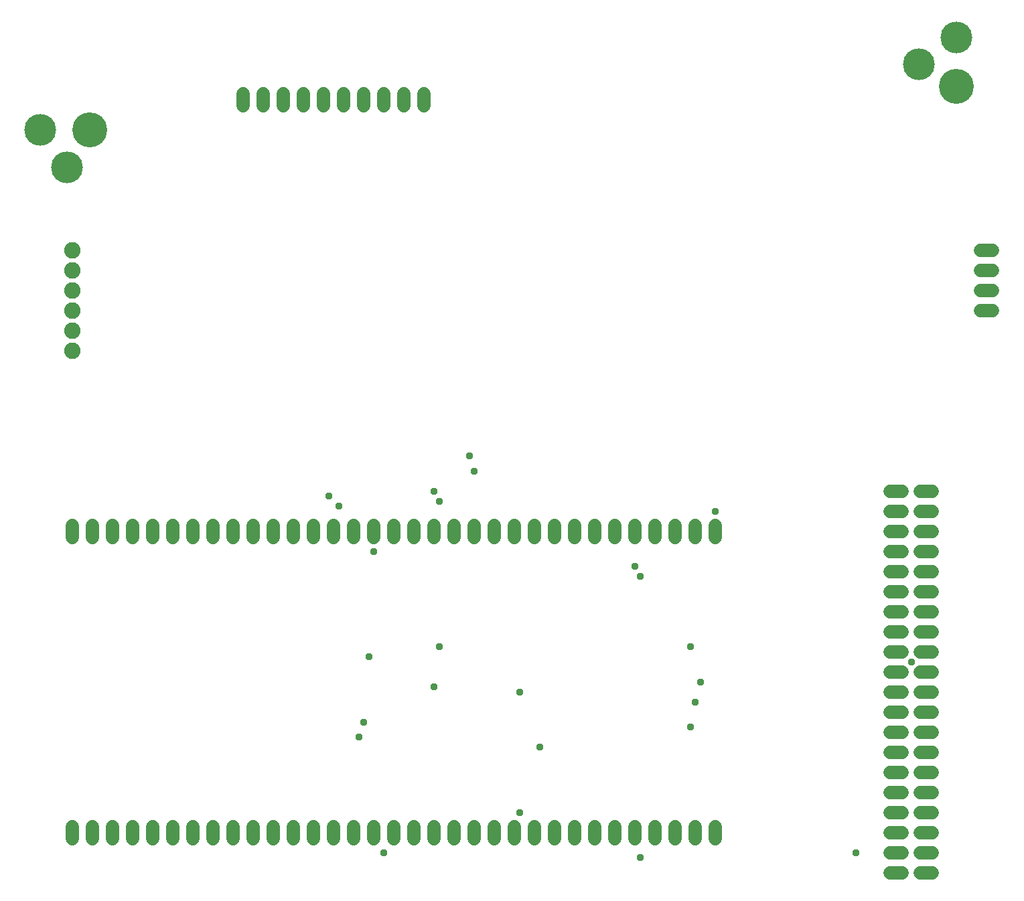
<source format=gbr>
G04 EAGLE Gerber X2 export*
%TF.Part,Single*%
%TF.FileFunction,Soldermask,Bot,1*%
%TF.FilePolarity,Negative*%
%TF.GenerationSoftware,Autodesk,EAGLE,8.7.1*%
%TF.CreationDate,2018-04-16T21:52:04Z*%
G75*
%MOMM*%
%FSLAX34Y34*%
%LPD*%
%AMOC8*
5,1,8,0,0,1.08239X$1,22.5*%
G01*
%ADD10C,4.419200*%
%ADD11C,4.019200*%
%ADD12C,2.082800*%
%ADD13C,1.727200*%
%ADD14C,0.959600*%


D10*
X97900Y1003300D03*
D11*
X35400Y1003300D03*
X69400Y955300D03*
D12*
X76200Y723900D03*
X76200Y749300D03*
X76200Y774700D03*
X76200Y800100D03*
X76200Y825500D03*
X76200Y850900D03*
D13*
X76200Y121920D02*
X76200Y106680D01*
X101600Y106680D02*
X101600Y121920D01*
X127000Y121920D02*
X127000Y106680D01*
X152400Y106680D02*
X152400Y121920D01*
X177800Y121920D02*
X177800Y106680D01*
X203200Y106680D02*
X203200Y121920D01*
X228600Y121920D02*
X228600Y106680D01*
X254000Y106680D02*
X254000Y121920D01*
X279400Y121920D02*
X279400Y106680D01*
X304800Y106680D02*
X304800Y121920D01*
X330200Y121920D02*
X330200Y106680D01*
X355600Y106680D02*
X355600Y121920D01*
X381000Y121920D02*
X381000Y106680D01*
X406400Y106680D02*
X406400Y121920D01*
X431800Y121920D02*
X431800Y106680D01*
X457200Y106680D02*
X457200Y121920D01*
X482600Y121920D02*
X482600Y106680D01*
X508000Y106680D02*
X508000Y121920D01*
X533400Y121920D02*
X533400Y106680D01*
X558800Y106680D02*
X558800Y121920D01*
X76200Y487680D02*
X76200Y502920D01*
X101600Y502920D02*
X101600Y487680D01*
X127000Y487680D02*
X127000Y502920D01*
X152400Y502920D02*
X152400Y487680D01*
X177800Y487680D02*
X177800Y502920D01*
X203200Y502920D02*
X203200Y487680D01*
X228600Y487680D02*
X228600Y502920D01*
X254000Y502920D02*
X254000Y487680D01*
X279400Y487680D02*
X279400Y502920D01*
X304800Y502920D02*
X304800Y487680D01*
X330200Y487680D02*
X330200Y502920D01*
X355600Y502920D02*
X355600Y487680D01*
X381000Y487680D02*
X381000Y502920D01*
X406400Y502920D02*
X406400Y487680D01*
X431800Y487680D02*
X431800Y502920D01*
X457200Y502920D02*
X457200Y487680D01*
X482600Y487680D02*
X482600Y502920D01*
X508000Y502920D02*
X508000Y487680D01*
X533400Y487680D02*
X533400Y502920D01*
X558800Y502920D02*
X558800Y487680D01*
X584200Y121920D02*
X584200Y106680D01*
X609600Y106680D02*
X609600Y121920D01*
X635000Y121920D02*
X635000Y106680D01*
X660400Y106680D02*
X660400Y121920D01*
X685800Y121920D02*
X685800Y106680D01*
X711200Y106680D02*
X711200Y121920D01*
X736600Y121920D02*
X736600Y106680D01*
X762000Y106680D02*
X762000Y121920D01*
X787400Y121920D02*
X787400Y106680D01*
X812800Y106680D02*
X812800Y121920D01*
X838200Y121920D02*
X838200Y106680D01*
X863600Y106680D02*
X863600Y121920D01*
X889000Y121920D02*
X889000Y106680D01*
X584200Y487680D02*
X584200Y502920D01*
X609600Y502920D02*
X609600Y487680D01*
X635000Y487680D02*
X635000Y502920D01*
X660400Y502920D02*
X660400Y487680D01*
X685800Y487680D02*
X685800Y502920D01*
X711200Y502920D02*
X711200Y487680D01*
X736600Y487680D02*
X736600Y502920D01*
X762000Y502920D02*
X762000Y487680D01*
X787400Y487680D02*
X787400Y502920D01*
X812800Y502920D02*
X812800Y487680D01*
X838200Y487680D02*
X838200Y502920D01*
X863600Y502920D02*
X863600Y487680D01*
X889000Y487680D02*
X889000Y502920D01*
X292100Y1033780D02*
X292100Y1049020D01*
X317500Y1049020D02*
X317500Y1033780D01*
X342900Y1033780D02*
X342900Y1049020D01*
X368300Y1049020D02*
X368300Y1033780D01*
X393700Y1033780D02*
X393700Y1049020D01*
X419100Y1049020D02*
X419100Y1033780D01*
X444500Y1033780D02*
X444500Y1049020D01*
X469900Y1049020D02*
X469900Y1033780D01*
X495300Y1033780D02*
X495300Y1049020D01*
X520700Y1049020D02*
X520700Y1033780D01*
X1109980Y546100D02*
X1125220Y546100D01*
X1125220Y520700D02*
X1109980Y520700D01*
X1109980Y495300D02*
X1125220Y495300D01*
X1125220Y469900D02*
X1109980Y469900D01*
X1109980Y444500D02*
X1125220Y444500D01*
X1125220Y419100D02*
X1109980Y419100D01*
X1109980Y393700D02*
X1125220Y393700D01*
X1125220Y368300D02*
X1109980Y368300D01*
X1109980Y342900D02*
X1125220Y342900D01*
X1125220Y317500D02*
X1109980Y317500D01*
X1109980Y292100D02*
X1125220Y292100D01*
X1125220Y266700D02*
X1109980Y266700D01*
X1109980Y241300D02*
X1125220Y241300D01*
X1125220Y215900D02*
X1109980Y215900D01*
X1109980Y190500D02*
X1125220Y190500D01*
X1125220Y165100D02*
X1109980Y165100D01*
X1109980Y139700D02*
X1125220Y139700D01*
X1125220Y114300D02*
X1109980Y114300D01*
X1109980Y88900D02*
X1125220Y88900D01*
X1125220Y63500D02*
X1109980Y63500D01*
X1148080Y546100D02*
X1163320Y546100D01*
X1163320Y520700D02*
X1148080Y520700D01*
X1148080Y495300D02*
X1163320Y495300D01*
X1163320Y469900D02*
X1148080Y469900D01*
X1148080Y444500D02*
X1163320Y444500D01*
X1163320Y419100D02*
X1148080Y419100D01*
X1148080Y393700D02*
X1163320Y393700D01*
X1163320Y368300D02*
X1148080Y368300D01*
X1148080Y342900D02*
X1163320Y342900D01*
X1163320Y317500D02*
X1148080Y317500D01*
X1148080Y292100D02*
X1163320Y292100D01*
X1163320Y266700D02*
X1148080Y266700D01*
X1148080Y241300D02*
X1163320Y241300D01*
X1163320Y215900D02*
X1148080Y215900D01*
X1148080Y190500D02*
X1163320Y190500D01*
X1163320Y165100D02*
X1148080Y165100D01*
X1148080Y139700D02*
X1163320Y139700D01*
X1163320Y114300D02*
X1148080Y114300D01*
X1148080Y88900D02*
X1163320Y88900D01*
X1163320Y63500D02*
X1148080Y63500D01*
D10*
X1193800Y1057800D03*
D11*
X1193800Y1120300D03*
X1145800Y1086300D03*
D13*
X1224280Y774700D02*
X1239520Y774700D01*
X1239520Y800100D02*
X1224280Y800100D01*
X1224280Y825500D02*
X1239520Y825500D01*
X1239520Y850900D02*
X1224280Y850900D01*
D14*
X577850Y590550D03*
X584200Y571500D03*
X1066800Y88900D03*
X641350Y139700D03*
X666750Y222250D03*
X641350Y292100D03*
X533400Y298450D03*
X438150Y234950D03*
X444500Y254000D03*
X450850Y336550D03*
X857250Y349250D03*
X793750Y438150D03*
X787400Y450850D03*
X457200Y469900D03*
X412750Y527050D03*
X793750Y82550D03*
X469900Y88900D03*
X889000Y520700D03*
X1136650Y330200D03*
X857250Y247650D03*
X863600Y279400D03*
X869950Y304800D03*
X533400Y546100D03*
X539750Y533400D03*
X539750Y349250D03*
X400050Y539750D03*
M02*

</source>
